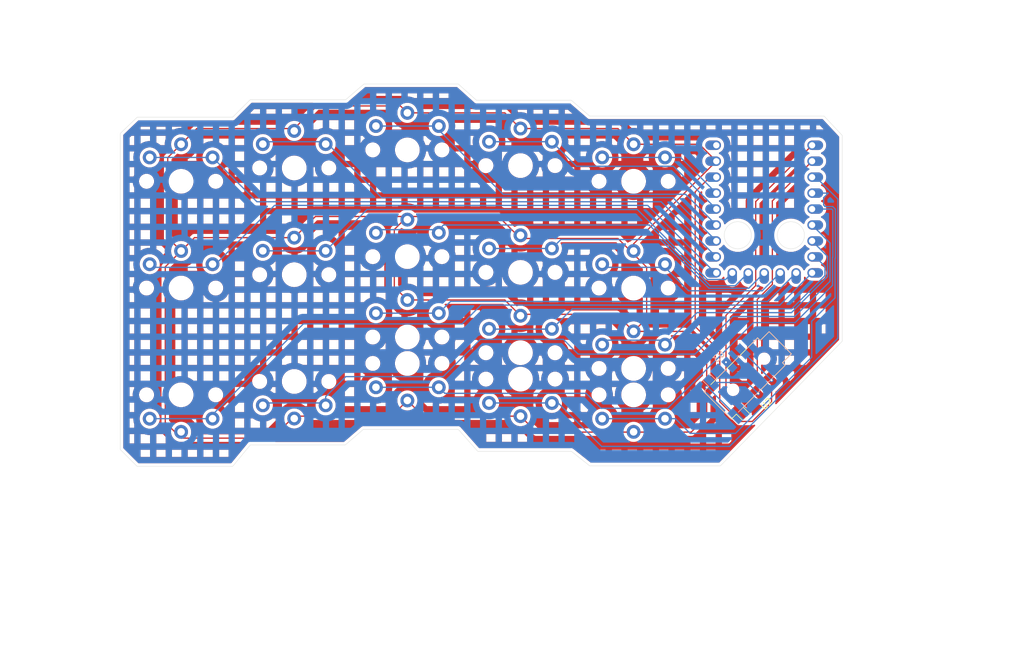
<source format=kicad_pcb>
(kicad_pcb (version 20241229) (generator "pcbnew") (generator_version "9.0")
  (layers (0 "F.Cu" signal) (2 "B.Cu" signal) (13 "F.Paste" user) (15 "B.Paste" user) (5 "F.SilkS" user "F.Silkscreen") (7 "B.SilkS" user "B.Silkscreen") (1 "F.Mask" user) (3 "B.Mask" user) (25 "Edge.Cuts" user))
  (net 0 "")
  (net 1 "GND")
  (net 2 "SW1")
  (net 3 "SW2")
  (net 4 "SW3")
  (net 5 "SW4")
  (net 6 "SW5")
  (net 7 "SW7")
  (net 8 "SW8")
  (net 9 "SW9")
  (net 10 "SW12")
  (net 11 "SW13")
  (net 12 "SW14")
  (net 13 "SW15")
  (net 14 "SW11")
  (net 15 "SW10")
  (net 16 "SW16")
  (net 17 "TMB1")
  (net 18 "TMB2")
  (net 19 "TMB3")
  (net 20 "VCC")
  (net 22 "RX")
  (net 23 "TX")
  (footprint "Footprints:Choc_V1_rev_test_no_bounds" (layer "F.Cu") (at 108 65)
    (property "Reference" "S1" (hide yes))
    (property "Value" "Keyswitch")
    (pad "" np_thru_hole circle (at -5.5 0) (size 1.9 1.9) (drill 1.9) (layers "*.Cu" "*.Mask"))
    (pad "" np_thru_hole circle (at 0 0) (size 3.45 3.45) (drill 3.45) (layers "*.Cu" "*.Mask"))
    (pad "" np_thru_hole circle (at 5.5 0) (size 1.9 1.9) (drill 1.9) (layers "*.Cu" "*.Mask"))
    (pad "1" thru_hole circle (at 0 -5.9) (size 2.2 2.2) (drill 1.2) (layers "*.Cu" "*.Mask") (net 1 "GND"))
    (pad "2" thru_hole circle (at -5 -3.8) (size 2.2 2.2) (drill 1.2) (layers "*.Cu" "*.Mask") (net 2 "SW1"))
    (pad "2" thru_hole circle (at 5 -3.8) (size 2.2 2.2) (drill 1.2) (layers "*.Cu" "*.Mask") (net 2 "SW1"))
  )
  (footprint "Footprints:Choc_V1_rev_test_no_bounds" (layer "F.Cu") (at 108 99 180)
    (property "Reference" "S11" (hide yes))
    (property "Value" "Keyswitch")
    (pad "" np_thru_hole circle (at -5.5 0 180) (size 1.9 1.9) (drill 1.9) (layers "*.Cu" "*.Mask"))
    (pad "" np_thru_hole circle (at 0 0 180) (size 3.45 3.45) (drill 3.45) (layers "*.Cu" "*.Mask"))
    (pad "" np_thru_hole circle (at 5.5 0 180) (size 1.9 1.9) (drill 1.9) (layers "*.Cu" "*.Mask"))
    (pad "1" thru_hole circle (at 0 -5.9 180) (size 2.2 2.2) (drill 1.2) (layers "*.Cu" "*.Mask") (net 1 "GND"))
    (pad "2" thru_hole circle (at -5 -3.8 180) (size 2.2 2.2) (drill 1.2) (layers "*.Cu" "*.Mask") (net 12 "SW14"))
    (pad "2" thru_hole circle (at 5 -3.8 180) (size 2.2 2.2) (drill 1.2) (layers "*.Cu" "*.Mask") (net 12 "SW14"))
  )
  (footprint "Footprints:Jack_3.5mm_PJ320D_Horizontal" (layer "F.Cu") (at 197.41 96.63 -135)
    (property "Reference" "U2" (at 0.05 -5.35 225) (layer "F.SilkS"))
    (property "Value" "TRRS")
    (fp_line (start 5.725 3.1) (end 5.725 -3.1) (stroke (width 0.12)) (layer "F.SilkS"))
    (fp_line (start 4.15 3.1) (end -6.375 3.1) (stroke (width 0.12)) (layer "F.SilkS"))
    (fp_line (start 4.6 -3.1) (end 5.725 -3.1) (stroke (width 0.12)) (layer "F.SilkS"))
    (fp_line (start 4.6 -3.1) (end 4.6 -4.5) (stroke (width 0.12)) (layer "F.SilkS"))
    (fp_line (start 3.05 -3.1) (end 3.05 -4.5) (stroke (width 0.12)) (layer "F.SilkS"))
    (fp_line (start 0.649999 -3.1) (end 3.05 -3.1) (stroke (width 0.12)) (layer "F.SilkS"))
    (fp_line (start -6.375 2.5) (end -6.375 3.1) (stroke (width 0.12)) (layer "F.SilkS"))
    (fp_line (start -6.375 2.5) (end -8.375 2.5) (stroke (width 0.12)) (layer "F.SilkS"))
    (fp_line (start -2.35 -3.1) (end -1 -3.1) (stroke (width 0.12)) (layer "F.SilkS"))
    (fp_line (start -6.375 -2.5) (end -8.375 -2.5) (stroke (width 0.12)) (layer "F.SilkS"))
    (fp_line (start -6.375 -3.1) (end -4 -3.1) (stroke (width 0.12)) (layer "F.SilkS"))
    (fp_line (start -6.375 -3.1) (end -6.375 -2.5) (stroke (width 0.12)) (layer "F.SilkS"))
    (fp_line (start -8.375 -2.5) (end -8.375 2.5) (stroke (width 0.12)) (layer "F.SilkS"))
    (pad "" np_thru_hole circle (at -4.775 0 225) (size 1.5 1.5) (drill 1.5) (layers "*.Cu" "*.Mask"))
    (pad "" np_thru_hole circle (at 2.225001 0 225) (size 1.5 1.5) (drill 1.5) (layers "*.Cu" "*.Mask"))
    (pad "1" smd rect (at 4.925 3.25 225) (size 1.2 2.5) (layers "F.Cu" "F.Mask" "F.Paste") (net 1 "GND"))
    (pad "2" smd rect (at 3.824999 -3.25 225) (size 1.2 2.5) (layers "F.Cu" "F.Mask" "F.Paste") (net 23 "TX"))
    (pad "3" smd rect (at -0.175 -3.25 225) (size 1.2 2.5) (layers "F.Cu" "F.Mask" "F.Paste") (net 22 "RX"))
    (pad "4" smd rect (at -3.175 -3.25 225) (size 1.2 2.5) (layers "F.Cu" "F.Mask" "F.Paste") (net 20 "VCC"))
  )
  (footprint "Footprints:Choc_V1_rev_test_no_bounds" (layer "F.Cu") (at 162 62.5)
    (property "Reference" "S4" (hide yes))
    (property "Value" "Keyswitch")
    (pad "" np_thru_hole circle (at -5.5 0) (size 1.9 1.9) (drill 1.9) (layers "*.Cu" "*.Mask"))
    (pad "" np_thru_hole circle (at 0 0) (size 3.45 3.45) (drill 3.45) (layers "*.Cu" "*.Mask"))
    (pad "" np_thru_hole circle (at 5.5 0) (size 1.9 1.9) (drill 1.9) (layers "*.Cu" "*.Mask"))
    (pad "1" thru_hole circle (at 0 -5.9) (size 2.2 2.2) (drill 1.2) (layers "*.Cu" "*.Mask") (net 1 "GND"))
    (pad "2" thru_hole circle (at -5 -3.8) (size 2.2 2.2) (drill 1.2) (layers "*.Cu" "*.Mask") (net 5 "SW4"))
    (pad "2" thru_hole circle (at 5 -3.8) (size 2.2 2.2) (drill 1.2) (layers "*.Cu" "*.Mask") (net 5 "SW4"))
  )
  (footprint "Footprints:Choc_V1_rev_test_no_bounds" (layer "F.Cu") (at 144 60)
    (property "Reference" "S3" (hide yes))
    (property "Value" "Keyswitch")
    (pad "" np_thru_hole circle (at -5.5 0) (size 1.9 1.9) (drill 1.9) (layers "*.Cu" "*.Mask"))
    (pad "" np_thru_hole circle (at 0 0) (size 3.45 3.45) (drill 3.45) (layers "*.Cu" "*.Mask"))
    (pad "" np_thru_hole circle (at 5.5 0) (size 1.9 1.9) (drill 1.9) (layers "*.Cu" "*.Mask"))
    (pad "1" thru_hole circle (at 0 -5.9) (size 2.2 2.2) (drill 1.2) (layers "*.Cu" "*.Mask") (net 1 "GND"))
    (pad "2" thru_hole circle (at -5 -3.8) (size 2.2 2.2) (drill 1.2) (layers "*.Cu" "*.Mask") (net 4 "SW3"))
    (pad "2" thru_hole circle (at 5 -3.8) (size 2.2 2.2) (drill 1.2) (layers "*.Cu" "*.Mask") (net 4 "SW3"))
  )
  (footprint "Footprints:RP2040_Zero" (layer "F.Cu") (at 200.78 69.42)
    (property "Reference" "U1" (hide yes))
    (property "Value" "RP2040_Zero" (hide yes))
    (pad "1" thru_hole oval (at 7.62 -10.16 180) (size 2.5 1.5) (drill 1 (offset -0.5 0)) (layers "*.Cu" "*.Mask") (net 23 "TX"))
    (pad "2" thru_hole oval (at 7.62 -7.62 180) (size 2.5 1.5) (drill 1 (offset -0.5 0)) (layers "*.Cu" "*.Mask") (net 22 "RX"))
    (pad "3" thru_hole oval (at 7.62 -5.08 180) (size 2.5 1.5) (drill 1 (offset -0.5 0)) (layers "*.Cu" "*.Mask") (net 15 "SW10"))
    (pad "4" thru_hole oval (at 7.62 -2.54 180) (size 2.5 1.5) (drill 1 (offset -0.5 0)) (layers "*.Cu" "*.Mask") (net 14 "SW11"))
    (pad "5" thru_hole oval (at 7.62 0 180) (size 2.5 1.5) (drill 1 (offset -0.5 0)) (layers "*.Cu" "*.Mask") (net 16 "SW16"))
    (pad "6" thru_hole oval (at 7.62 2.54 180) (size 2.5 1.5) (drill 1 (offset -0.5 0)) (layers "*.Cu" "*.Mask") (net 13 "SW15"))
    (pad "7" thru_hole oval (at 7.62 5.08 180) (size 2.5 1.5) (drill 1 (offset -0.5 0)) (layers "*.Cu" "*.Mask") (net 18 "TMB2"))
    (pad "8" thru_hole oval (at 7.62 7.62 180) (size 2.5 1.5) (drill 1 (offset -0.5 0)) (layers "*.Cu" "*.Mask") (net 19 "TMB3"))
    (pad "9" thru_hole oval (at 7.62 10.16 180) (size 2.5 1.5) (drill 1 (offset -0.5 0)) (layers "*.Cu" "*.Mask") (net 12 "SW14"))
    (pad "10" thru_hole oval (at 5.08 10.16 90) (size 2.5 1.5) (drill 1 (offset -0.5 0)) (layers "*.Cu" "*.Mask") (net 17 "TMB1"))
    (pad "11" thru_hole oval (at 2.54 10.16 90) (size 2.5 1.5) (drill 1 (offset -0.5 0)) (layers "*.Cu" "*.Mask") (net 11 "SW13"))
    (pad "12" thru_hole oval (at 0 10.16 90) (size 2.5 1.5) (drill 1 (offset -0.5 0)) (layers "*.Cu" "*.Mask") (net 10 "SW12"))
    (pad "13" thru_hole oval (at -2.54 10.16 90) (size 2.5 1.5) (drill 1 (offset -0.5 0)) (layers "*.Cu" "*.Mask") (net 9 "SW9"))
    (pad "14" thru_hole oval (at -5.08 10.16 90) (size 2.5 1.5) (drill 1 (offset -0.5 0)) (layers "*.Cu" "*.Mask") (net 8 "SW8"))
    (pad "15" thru_hole oval (at -7.62 10.16) (size 2.5 1.5) (drill 1 (offset -0.5 0)) (layers "*.Cu" "*.Mask") (net 7 "SW7"))
    (pad "16" thru_hole oval (at -7.62 7.62) (size 2.5 1.5) (drill 1 (offset -0.5 0)) (layers "*.Cu" "*.Mask") (net 2 "SW1"))
    (pad "17" thru_hole oval (at -7.62 5.08) (size 2.5 1.5) (drill 1 (offset -0.5 0)) (layers "*.Cu" "*.Mask") (net 3 "SW2"))
    (pad "18" thru_hole oval (at -7.62 2.54) (size 2.5 1.5) (drill 1 (offset -0.5 0)) (layers "*.Cu" "*.Mask") (net 4 "SW3"))
    (pad "19" thru_hole oval (at -7.62 0) (size 2.5 1.5) (drill 1 (offset -0.5 0)) (layers "*.Cu" "*.Mask") (net 5 "SW4"))
    (pad "20" thru_hole oval (at -7.62 -2.54) (size 2.5 1.5) (drill 1 (offset -0.5 0)) (layers "*.Cu" "*.Mask") (net 6 "SW5"))
    (pad "21" thru_hole oval (at -7.62 -5.08) (size 2.5 1.5) (drill 1 (offset -0.5 0)) (layers "*.Cu" "*.Mask") (net 20 "VCC"))
    (pad "22" thru_hole oval (at -7.62 -7.62) (size 2.5 1.5) (drill 1 (offset -0.5 0)) (layers "*.Cu" "*.Mask") (net 1 "GND"))
    (pad "23" thru_hole oval (at -7.62 -10.16) (size 2.5 1.5) (drill 1 (offset -0.5 0)) (layers "*.Cu" "*.Mask"))
  )
  (footprint "Footprints:Choc_V1_rev_test_no_bounds" (layer "F.Cu") (at 162 96.5 180)
    (property "Reference" "S14" (hide yes))
    (property "Value" "Keyswitch")
    (pad "" np_thru_hole circle (at -5.5 0 180) (size 1.9 1.9) (drill 1.9) (layers "*.Cu" "*.Mask"))
    (pad "" np_thru_hole circle (at 0 0 180) (size 3.45 3.45) (drill 3.45) (layers "*.Cu" "*.Mask"))
    (pad "" np_thru_hole circle (at 5.5 0 180) (size 1.9 1.9) (drill 1.9) (layers "*.Cu" "*.Mask"))
    (pad "1" thru_hole circle (at 0 -5.9 180) (size 2.2 2.2) (drill 1.2) (layers "*.Cu" "*.Mask") (net 1 "GND"))
    (pad "2" thru_hole circle (at -5 -3.8 180) (size 2.2 2.2) (drill 1.2) (layers "*.Cu" "*.Mask") (net 15 "SW10"))
    (pad "2" thru_hole circle (at 5 -3.8 180) (size 2.2 2.2) (drill 1.2) (layers "*.Cu" "*.Mask") (net 15 "SW10"))
  )
  (footprint "Footprints:Choc_V1_rev_test_no_bounds" (layer "F.Cu") (at 144 77)
    (property "Reference" "S8" (hide yes))
    (property "Value" "Keyswitch")
    (pad "" np_thru_hole circle (at -5.5 0) (size 1.9 1.9) (drill 1.9) (layers "*.Cu" "*.Mask"))
    (pad "" np_thru_hole circle (at 0 0) (size 3.45 3.45) (drill 3.45) (layers "*.Cu" "*.Mask"))
    (pad "" np_thru_hole circle (at 5.5 0) (size 1.9 1.9) (drill 1.9) (layers "*.Cu" "*.Mask"))
    (pad "1" thru_hole circle (at 0 -5.9) (size 2.2 2.2) (drill 1.2) (layers "*.Cu" "*.Mask") (net 1 "GND"))
    (pad "2" thru_hole circle (at -5 -3.8) (size 2.2 2.2) (drill 1.2) (layers "*.Cu" "*.Mask") (net 9 "SW9"))
    (pad "2" thru_hole circle (at 5 -3.8) (size 2.2 2.2) (drill 1.2) (layers "*.Cu" "*.Mask") (net 9 "SW9"))
  )
  (footprint "Footprints:Choc_V1_rev_test_no_bounds" (layer "F.Cu") (at 126 79.875)
    (property "Reference" "S7" (hide yes))
    (property "Value" "Keyswitch")
    (pad "" np_thru_hole circle (at -5.5 0) (size 1.9 1.9) (drill 1.9) (layers "*.Cu" "*.Mask"))
    (pad "" np_thru_hole circle (at 0 0) (size 3.45 3.45) (drill 3.45) (layers "*.Cu" "*.Mask"))
    (pad "" np_thru_hole circle (at 5.5 0) (size 1.9 1.9) (drill 1.9) (layers "*.Cu" "*.Mask"))
    (pad "1" thru_hole circle (at 0 -5.9) (size 2.2 2.2) (drill 1.2) (layers "*.Cu" "*.Mask") (net 1 "GND"))
    (pad "2" thru_hole circle (at -5 -3.8) (size 2.2 2.2) (drill 1.2) (layers "*.Cu" "*.Mask") (net 8 "SW8"))
    (pad "2" thru_hole circle (at 5 -3.8) (size 2.2 2.2) (drill 1.2) (layers "*.Cu" "*.Mask") (net 8 "SW8"))
  )
  (footprint "Footprints:Choc_V1_rev_test_no_bounds" (layer "F.Cu") (at 126 96.875 180)
    (property "Reference" "S12" (hide yes))
    (property "Value" "Keyswitch")
    (pad "" np_thru_hole circle (at -5.5 0 180) (size 1.9 1.9) (drill 1.9) (layers "*.Cu" "*.Mask"))
    (pad "" np_thru_hole circle (at 0 0 180) (size 3.45 3.45) (drill 3.45) (layers "*.Cu" "*.Mask"))
    (pad "" np_thru_hole circle (at 5.5 0 180) (size 1.9 1.9) (drill 1.9) (layers "*.Cu" "*.Mask"))
    (pad "1" thru_hole circle (at 0 -5.9 180) (size 2.2 2.2) (drill 1.2) (layers "*.Cu" "*.Mask") (net 1 "GND"))
    (pad "2" thru_hole circle (at -5 -3.8 180) (size 2.2 2.2) (drill 1.2) (layers "*.Cu" "*.Mask") (net 13 "SW15"))
    (pad "2" thru_hole circle (at 5 -3.8 180) (size 2.2 2.2) (drill 1.2) (layers "*.Cu" "*.Mask") (net 13 "SW15"))
  )
  (footprint "Footprints:Choc_V1_rev_test_no_bounds" (layer "F.Cu") (at 108 82)
    (property "Reference" "S6" (hide yes))
    (property "Value" "Keyswitch")
    (pad "" np_thru_hole circle (at -5.5 0) (size 1.9 1.9) (drill 1.9) (layers "*.Cu" "*.Mask"))
    (pad "" np_thru_hole circle (at 0 0) (size 3.45 3.45) (drill 3.45) (layers "*.Cu" "*.Mask"))
    (pad "" np_thru_hole circle (at 5.5 0) (size 1.9 1.9) (drill 1.9) (layers "*.Cu" "*.Mask"))
    (pad "1" thru_hole circle (at 0 -5.9) (size 2.2 2.2) (drill 1.2) (layers "*.Cu" "*.Mask") (net 1 "GND"))
    (pad "2" thru_hole circle (at -5 -3.8) (size 2.2 2.2) (drill 1.2) (layers "*.Cu" "*.Mask") (net 7 "SW7"))
    (pad "2" thru_hole circle (at 5 -3.8) (size 2.2 2.2) (drill 1.2) (layers "*.Cu" "*.Mask") (net 7 "SW7"))
  )
  (footprint "Footprints:Choc_V1_rev_test_no_bounds" (layer "F.Cu") (at 180 99 180)
    (property "Reference" "S13" (hide yes))
    (property "Value" "Keyswitch")
    (pad "" np_thru_hole circle (at -5.5 0 180) (size 1.9 1.9) (drill 1.9) (layers "*.Cu" "*.Mask"))
    (pad "" np_thru_hole circle (at 0 0 180) (size 3.45 3.45) (drill 3.45) (layers "*.Cu" "*.Mask"))
    (pad "" np_thru_hole circle (at 5.5 0 180) (size 1.9 1.9) (drill 1.9) (layers "*.Cu" "*.Mask"))
    (pad "1" thru_hole circle (at 0 -5.9 180) (size 2.2 2.2) (drill 1.2) (layers "*.Cu" "*.Mask") (net 1 "GND"))
    (pad "2" thru_hole circle (at -5 -3.8 180) (size 2.2 2.2) (drill 1.2) (layers "*.Cu" "*.Mask") (net 14 "SW11"))
    (pad "2" thru_hole circle (at 5 -3.8 180) (size 2.2 2.2) (drill 1.2) (layers "*.Cu" "*.Mask") (net 14 "SW11"))
  )
  (footprint "Footprints:Choc_V1_rev_test_no_bounds" (layer "F.Cu") (at 180 65)
    (property "Reference" "S5" (hide yes))
    (property "Value" "Keyswitch")
    (pad "" np_thru_hole circle (at -5.5 0) (size 1.9 1.9) (drill 1.9) (layers "*.Cu" "*.Mask"))
    (pad "" np_thru_hole circle (at 0 0) (size 3.45 3.45) (drill 3.45) (layers "*.Cu" "*.Mask"))
    (pad "" np_thru_hole circle (at 5.5 0) (size 1.9 1.9) (drill 1.9) (layers "*.Cu" "*.Mask"))
    (pad "1" thru_hole circle (at 0 -5.9) (size 2.2 2.2) (drill 1.2) (layers "*.Cu" "*.Mask") (net 1 "GND"))
    (pad "2" thru_hole circle (at -5 -3.8) (size 2.2 2.2) (drill 1.2) (layers "*.Cu" "*.Mask") (net 6 "SW5"))
    (pad "2" thru_hole circle (at 5 -3.8) (size 2.2 2.2) (drill 1.2) (layers "*.Cu" "*.Mask") (net 6 "SW5"))
  )
  (footprint "Footprints:Choc_V1_rev_test_no_bounds" (layer "F.Cu") (at 144 94 180)
    (property "Reference" "S15" (hide yes))
    (property "Value" "Keyswitch")
    (pad "" np_thru_hole circle (at -5.5 0 180) (size 1.9 1.9) (drill 1.9) (layers "*.Cu" "*.Mask"))
    (pad "" np_thru_hole circle (at 0 0 180) (size 3.45 3.45) (drill 3.45) (layers "*.Cu" "*.Mask"))
    (pad "" np_thru_hole circle (at 5.5 0 180) (size 1.9 1.9) (drill 1.9) (layers "*.Cu" "*.Mask"))
    (pad "1" thru_hole circle (at 0 -5.9 180) (size 2.2 2.2) (drill 1.2) (layers "*.Cu" "*.Mask") (net 1 "GND"))
    (pad "2" thru_hole circle (at -5 -3.8 180) (size 2.2 2.2) (drill 1.2) (layers "*.Cu" "*.Mask") (net 16 "SW16"))
    (pad "2" thru_hole circle (at 5 -3.8 180) (size 2.2 2.2) (drill 1.2) (layers "*.Cu" "*.Mask") (net 16 "SW16"))
  )
  (footprint "Footprints:Choc_V1_rev_test_no_bounds" (layer "F.Cu") (at 126 62.875)
    (property "Reference" "S2" (hide yes))
    (property "Value" "Keyswitch")
    (pad "" np_thru_hole circle (at -5.5 0) (size 1.9 1.9) (drill 1.9) (layers "*.Cu" "*.Mask"))
    (pad "" np_thru_hole circle (at 0 0) (size 3.45 3.45) (drill 3.45) (layers "*.Cu" "*.Mask"))
    (pad "" np_thru_hole circle (at 5.5 0) (size 1.9 1.9) (drill 1.9) (layers "*.Cu" "*.Mask"))
    (pad "1" thru_hole circle (at 0 -5.9) (size 2.2 2.2) (drill 1.2) (layers "*.Cu" "*.Mask") (net 1 "GND"))
    (pad "2" thru_hole circle (at -5 -3.8) (size 2.2 2.2) (drill 1.2) (layers "*.Cu" "*.Mask") (net 3 "SW2"))
    (pad "2" thru_hole circle (at 5 -3.8) (size 2.2 2.2) (drill 1.2) (layers "*.Cu" "*.Mask") (net 3 "SW2"))
  )
  (footprint "Footprints:Choc_V1_rev_test_no_bounds" (layer "F.Cu") (at 162 79.5)
    (property "Reference" "S9" (hide yes))
    (property "Value" "Keyswitch")
    (pad "" np_thru_hole circle (at -5.5 0) (size 1.9 1.9) (drill 1.9) (layers "*.Cu" "*.Mask"))
    (pad "" np_thru_hole circle (at 0 0) (size 3.45 3.45) (drill 3.45) (layers "*.Cu" "*.Mask"))
    (pad "" np_thru_hole circle (at 5.5 0) (size 1.9 1.9) (drill 1.9) (layers "*.Cu" "*.Mask"))
    (pad "1" thru_hole circle (at 0 -5.9) (size 2.2 2.2) (drill 1.2) (layers "*.Cu" "*.Mask") (net 1 "GND"))
    (pad "2" thru_hole circle (at -5 -3.8) (size 2.2 2.2) (drill 1.2) (layers "*.Cu" "*.Mask") (net 10 "SW12"))
    (pad "2" thru_hole circle (at 5 -3.8) (size 2.2 2.2) (drill 1.2) (layers "*.Cu" "*.Mask") (net 10 "SW12"))
  )
  (footprint "Footprints:Choc_V1_rev_test_no_bounds" (layer "F.Cu") (at 180 82)
    (property "Reference" "S10" (hide yes))
    (property "Value" "Keyswitch")
    (pad "" np_thru_hole circle (at -5.5 0) (size 1.9 1.9) (drill 1.9) (layers "*.Cu" "*.Mask"))
    (pad "" np_thru_hole circle (at 0 0) (size 3.45 3.45) (drill 3.45) (layers "*.Cu" "*.Mask"))
    (pad "" np_thru_hole circle (at 5.5 0) (size 1.9 1.9) (drill 1.9) (layers "*.Cu" "*.Mask"))
    (pad "1" thru_hole circle (at 0 -5.9) (size 2.2 2.2) (drill 1.2) (layers "*.Cu" "*.Mask") (net 1 "GND"))
    (pad "2" thru_hole circle (at -5 -3.8) (size 2.2 2.2) (drill 1.2) (layers "*.Cu" "*.Mask") (net 11 "SW13"))
    (pad "2" thru_hole circle (at 5 -3.8) (size 2.2 2.2) (drill 1.2) (layers "*.Cu" "*.Mask") (net 11 "SW13"))
  )
  (footprint "Footprints:Choc_V1_rev_test_no_bounds" (layer "B.Cu") (at 144 89.8 180)
    (property "Reference" "S16" (hide yes))
    (property "Value" "Keyswitch")
    (pad "" np_thru_hole circle (at -5.5 0 180) (size 1.9 1.9) (drill 1.9) (layers "*.Cu" "*.Mask"))
    (pad "" np_thru_hole circle (at 0 0 180) (size 3.45 3.45) (drill 3.45) (layers "*.Cu" "*.Mask"))
    (pad "" np_thru_hole circle (at 5.5 0 180) (size 1.9 1.9) (drill 1.9) (layers "*.Cu" "*.Mask"))
    (pad "1" thru_hole circle (at 0 5.9 180) (size 2.2 2.2) (drill 1.2) (layers "*.Cu" "*.Mask") (net 1 "GND"))
    (pad "2" thru_hole circle (at -5 3.8 180) (size 2.2 2.2) (drill 1.2) (layers "*.Cu" "*.Mask") (net 17 "TMB1"))
    (pad "2" thru_hole circle (at 5 3.8 180) (size 2.2 2.2) (drill 1.2) (layers "*.Cu" "*.Mask") (net 17 "TMB1"))
  )
  (footprint "Footprints:Choc_V1_rev_test_no_bounds" (layer "B.Cu") (at 180 94.8 180)
    (property "Reference" "S17" (hide yes))
    (property "Value" "Keyswitch")
    (pad "" np_thru_hole circle (at -5.5 0 180) (size 1.9 1.9) (drill 1.9) (layers "*.Cu" "*.Mask"))
    (pad "" np_thru_hole circle (at 0 0 180) (size 3.45 3.45) (drill 3.45) (layers "*.Cu" "*.Mask"))
    (pad "" np_thru_hole circle (at 5.5 0 180) (size 1.9 1.9) (drill 1.9) (layers "*.Cu" "*.Mask"))
    (pad "1" thru_hole circle (at 0 5.9 180) (size 2.2 2.2) (drill 1.2) (layers "*.Cu" "*.Mask") (net 1 "GND"))
    (pad "2" thru_hole circle (at -5 3.8 180) (size 2.2 2.2) (drill 1.2) (layers "*.Cu" "*.Mask") (net 18 "TMB2"))
    (pad "2" thru_hole circle (at 5 3.8 180) (size 2.2 2.2) (drill 1.2) (layers "*.Cu" "*.Mask") (net 18 "TMB2"))
  )
  (footprint "Footprints:Choc_V1_rev_test_no_bounds" (layer "B.Cu") (at 162 92.3 180)
    (property "Reference" "S18" (hide yes))
    (property "Value" "Keyswitch")
    (pad "" np_thru_hole circle (at -5.5 0 180) (size 1.9 1.9) (drill 1.9) (layers "*.Cu" "*.Mask"))
    (pad "" np_thru_hole circle (at 0 0 180) (size 3.45 3.45) (drill 3.45) (layers "*.Cu" "*.Mask"))
    (pad "" np_thru_hole circle (at 5.5 0 180) (size 1.9 1.9) (drill 1.9) (layers "*.Cu" "*.Mask"))
    (pad "1" thru_hole circle (at 0 5.9 180) (size 2.2 2.2) (drill 1.2) (layers "*.Cu" "*.Mask") (net 1 "GND"))
    (pad "2" thru_hole circle (at -5 3.8 180) (size 2.2 2.2) (drill 1.2) (layers "*.Cu" "*.Mask") (net 19 "TMB3"))
    (pad "2" thru_hole circle (at 5 3.8 180) (size 2.2 2.2) (drill 1.2) (layers "*.Cu" "*.Mask") (net 19 "TMB3"))
  )
  (footprint "Footprints:Jack_3.5mm_PJ320D_Horizontal" (layer "B.Cu") (at 197.41 96.63 -135)
    (property "Reference" "U3" (at 0.05 5.35 45) (layer "B.SilkS") (effects (justify mirror)))
    (property "Value" "TRRS")
    (fp_line (start 4.6 3.1) (end 4.6 4.5) (stroke (width 0.12)) (layer "B.SilkS"))
    (fp_line (start 4.6 3.1) (end 5.725 3.1) (stroke (width 0.12)) (layer "B.SilkS"))
    (fp_line (start 3.05 3.1) (end 3.05 4.5) (stroke (width 0.12)) (layer "B.SilkS"))
    (fp_line (start 0.649999 3.1) (end 3.05 3.1) (stroke (width 0.12)) (layer "B.SilkS"))
    (fp_line (start 5.725 -3.1) (end 5.725 3.1) (stroke (width 0.12)) (layer "B.SilkS"))
    (fp_line (start 4.15 -3.1) (end -6.375 -3.1) (stroke (width 0.12)) (layer "B.SilkS"))
    (fp_line (start -2.35 3.1) (end -1 3.1) (stroke (width 0.12)) (layer "B.SilkS"))
    (fp_line (start -6.375 3.1) (end -4 3.1) (stroke (width 0.12)) (layer "B.SilkS"))
    (fp_line (start -6.375 3.1) (end -6.375 2.5) (stroke (width 0.12)) (layer "B.SilkS"))
    (fp_line (start -6.375 2.5) (end -8.375 2.5) (stroke (width 0.12)) (layer "B.SilkS"))
    (fp_line (start -8.375 2.5) (end -8.375 -2.5) (stroke (width 0.12)) (layer "B.SilkS"))
    (fp_line (start -6.375 -2.5) (end -6.375 -3.1) (stroke (width 0.12)) (layer "B.SilkS"))
    (fp_line (start -6.375 -2.5) (end -8.375 -2.5) (stroke (width 0.12)) (layer "B.SilkS"))
    (pad "" np_thru_hole circle (at -4.775 0 225) (size 1.5 1.5) (drill 1.5) (layers "*.Cu" "*.Mask"))
    (pad "" np_thru_hole circle (at 2.225001 0 225) (size 1.5 1.5) (drill 1.5) (layers "*.Cu" "*.Mask"))
    (pad "1" smd rect (at 4.925 -3.25 225) (size 1.2 2.5) (layers "B.Cu" "B.Mask" "B.Paste") (net 1 "GND"))
    (pad "2" smd rect (at 3.824999 3.25 225) (size 1.2 2.5) (layers "B.Cu" "B.Mask" "B.Paste") (net 22 "RX"))
    (pad "3" smd rect (at -0.175 3.25 225) (size 1.2 2.5) (layers "B.Cu" "B.Mask" "B.Paste") (net 23 "TX"))
    (pad "4" smd rect (at -3.175 3.25 225) (size 1.2 2.5) (layers "B.Cu" "B.Mask" "B.Paste") (net 20 "VCC"))
  )
  (gr_poly (pts (xy 101.1 54.8) (xy 116.2 54.8) (xy 119 52) (xy 134.2 52) (xy 137.1 49.5) (xy 152.1 49.5) (xy 155 52.1) (xy 170.1 52.1) (xy 173 54.6) (xy 210.3 54.6) (xy 213.2 57.7) (xy 213.2 90.466667) (xy 193.827907 110.3) (xy 173 110.3) (xy 170.1 108) (xy 155.2 108) (xy 152.1 104.5) (xy 137 104.5) (xy 134.1 107) (xy 119 107) (xy 116.2 110.4) (xy 101 110.4) (xy 98.3 107.7) (xy 98.3 57.4) (xy 101 54.8)) (stroke (width 0.05)) (fill no) (layer "Edge.Cuts"))
  (gr_circle (center 196.58 73.59) (end 196.76 75.74) (stroke (width 0.05)) (fill no) (layer "Edge.Cuts"))
  (gr_circle (center 205.03 73.59) (end 205.21 75.74) (stroke (width 0.05)) (fill no) (layer "Edge.Cuts"))
  (segment (start 110.125 73.975) (end 126 73.975) (width 0.2) (layer "F.Cu") (net 1))
  (segment (start 141.5 102.4) (end 144 99.9) (width 0.2) (layer "F.Cu") (net 1))
  (segment (start 182.076 86.824) (end 180 88.9) (width 0.2) (layer "F.Cu") (net 1))
  (segment (start 144 99.9) (end 146.5 102.4) (width 0.2) (layer "F.Cu") (net 1))
  (segment (start 144 70.6) (end 158.5 70.6) (width 0.2) (layer "F.Cu") (net 1))
  (segment (start 144 83.9) (end 159.5 83.9) (width 0.2) (layer "F.Cu") (net 1))
  (segment (start 191.629402 92.449402) (end 188.08 88.9) (width 0.2) (layer "F.Cu") (net 1))
  (segment (start 190.46 59.1) (end 193.16 61.8) (width 0.2) (layer "F.Cu") (net 1))
  (segment (start 161.74 86.18) (end 177.28 86.18) (width 0.2) (layer "F.Cu") (net 1))
  (segment (start 188.08 88.9) (end 180 88.9) (width 0.2) (layer "F.Cu") (net 1))
  (segment (start 162 74.1) (end 177.5 74.1) (width 0.2) (layer "F.Cu") (net 1))
  (segment (start 191.629402 102.480598) (end 189.17 104.94) (width 0.2) (layer "F.Cu") (net 1))
  (segment (start 180 74.96) (end 193.16 61.8) (width 0.2) (layer "F.Cu") (net 1))
  (segment (start 159.5 83.9) (end 162 86.4) (width 0.2) (layer "F.Cu") (net 1))
  (segment (start 177.5 56.6) (end 180 59.1) (width 0.2) (layer "F.Cu") (net 1))
  (segment (start 159.5 54.1) (end 162 56.6) (width 0.2) (layer "F.Cu") (net 1))
  (segment (start 108 59.1) (end 110.5 56.6) (width 0.2) (layer "F.Cu") (net 1))
  (segment (start 180 76.6) (end 180 74.96) (width 0.2) (layer "F.Cu") (net 1))
  (segment (start 146.5 102.4) (end 162 102.4) (width 0.2) (layer "F.Cu") (net 1))
  (segment (start 191.629402 97.814404) (end 191.629402 92.449402) (width 0.2) (layer "F.Cu") (net 1))
  (segment (start 142.900001 53.000001) (end 144 54.1) (width 0.2) (layer "F.Cu") (net 1))
  (segment (start 126 73.975) (end 129.375 70.6) (width 0.2) (layer "F.Cu") (net 1))
  (segment (start 144 54.1) (end 159.5 54.1) (width 0.2) (layer "F.Cu") (net 1))
  (segment (start 191.629402 97.814404) (end 191.629402 102.480598) (width 0.2) (layer "F.Cu") (net 1))
  (segment (start 122.5 105.9) (end 126 102.4) (width 0.2) (layer "F.Cu") (net 1))
  (segment (start 105.87 61.23) (end 108 59.1) (width 0.2) (layer "F.Cu") (net 1))
  (segment (start 189.17 104.94) (end 164.54 104.94) (width 0.2) (layer "F.Cu") (net 1))
  (segment (start 162 56.6) (end 177.5 56.6) (width 0.2) (layer "F.Cu") (net 1))
  (segment (start 158.5 70.6) (end 162 74.1) (width 0.2) (layer "F.Cu") (net 1))
  (segment (start 177.5 74.1) (end 180 76.6) (width 0.2) (layer "F.Cu") (net 1))
  (segment (start 129.6 53) (end 142.900001 53.000001) (width 0.2) (layer "F.Cu") (net 1))
  (segment (start 177.28 86.18) (end 180 88.9) (width 0.2) (layer "F.Cu") (net 1))
  (segment (start 180 76.6) (end 182.076 78.676) (width 0.2) (layer "F.Cu") (net 1))
  (segment (start 141.924 81.824) (end 144 83.9) (width 0.2) (layer "F.Cu") (net 1))
  (segment (start 129.375 70.6) (end 144 70.6) (width 0.2) (layer "F.Cu") (net 1))
  (segment (start 126 102.4) (end 141.5 102.4) (width 0.2) (layer "F.Cu") (net 1))
  (segment (start 180 59.1) (end 190.46 59.1) (width 0.2) (layer "F.Cu") (net 1))
  (segment (start 182.076 78.676) (end 182.076 86.824) (width 0.2) (layer "F.Cu") (net 1))
  (segment (start 126 56.6) (end 129.6 53) (width 0.2) (layer "F.Cu") (net 1))
  (segment (start 141.924 72.676) (end 141.924 81.824) (width 0.2) (layer "F.Cu") (net 1))
  (segment (start 144 70.6) (end 141.924 72.676) (width 0.2) (layer "F.Cu") (net 1))
  (segment (start 164.54 104.94) (end 162 102.4) (width 0.2) (layer "F.Cu") (net 1))
  (segment (start 105.48 78.62) (end 105.48 103.38) (width 0.2) (layer "F.Cu") (net 1))
  (segment (start 105.87 73.97) (end 108 76.1) (width 0.2) (layer "F.Cu") (net 1))
  (segment (start 108 76.1) (end 105.48 78.62) (width 0.2) (layer "F.Cu") (net 1))
  (segment (start 108 76.1) (end 110.125 73.975) (width 0.2) (layer "F.Cu") (net 1))
  (segment (start 108 105.9) (end 122.5 105.9) (width 0.2) (layer "F.Cu") (net 1))
  (segment (start 110.5 56.6) (end 126 56.6) (width 0.2) (layer "F.Cu") (net 1))
  (segment (start 105.87 61.23) (end 105.87 73.97) (width 0.2) (layer "F.Cu") (net 1))
  (segment (start 105.48 103.38) (end 108 105.9) (width 0.2) (layer "F.Cu") (net 1))
  (via (at 191.629402 97.814404) (size 0.6) (drill 0.3) (layers "F.Cu" "B.Cu") (net 1))
  (segment (start 191.629402 97.814404) (end 191.804404 97.814404) (width 0.2) (layer "B.Cu") (net 1))
  (segment (start 196.225596 102.410598) (end 195.986194 102.65) (width 0.2) (layer "B.Cu") (net 1))
  (segment (start 196.214998 102.4) (end 196.225596 102.410598) (width 0.2) (layer "B.Cu") (net 1))
  (segment (start 191.804404 97.814404) (end 196.214998 102.224998) (width 0.2) (layer "B.Cu") (net 1))
  (segment (start 196.214998 102.224998) (end 196.214998 102.4) (width 0.2) (layer "B.Cu") (net 1))
  (segment (start 184.38 68.26) (end 193.16 77.04) (width 0.2) (layer "B.Cu") (net 2))
  (segment (start 103 61.2) (end 113 61.2) (width 0.2) (layer "B.Cu") (net 2))
  (segment (start 113 61.2) (end 120.06 68.26) (width 0.2) (layer "B.Cu") (net 2))
  (segment (start 120.06 68.26) (end 184.38 68.26) (width 0.2) (layer "B.Cu") (net 2))
  (segment (start 131 58.7) (end 139.899 67.599) (width 0.2) (layer "B.Cu") (net 3))
  (segment (start 121 58.7) (end 131 58.7) (width 0.2) (layer "B.Cu") (net 3))
  (segment (start 186.259 67.599) (end 193.16 74.5) (width 0.2) (layer "B.Cu") (net 3))
  (segment (start 139.899 67.599) (end 186.259 67.599) (width 0.2) (layer "B.Cu") (net 3))
  (segment (start 188.27 67.07) (end 193.16 71.96) (width 0.2) (layer "B.Cu") (net 4))
  (segment (start 149 56.2) (end 149 56.839892) (width 0.2) (layer "B.Cu") (net 4))
  (segment (start 149 56.839892) (end 159.230108 67.07) (width 0.2) (layer "B.Cu") (net 4))
  (segment (start 179.134093 67.07) (end 179.140093 67.076) (width 0.2) (layer "B.Cu") (net 4))
  (segment (start 159.230108 67.07) (end 179.134093 67.07) (width 0.2) (layer "B.Cu") (net 4))
  (segment (start 179.140093 67.076) (end 180.859907 67.076) (width 0.2) (layer "B.Cu") (net 4))
  (segment (start 180.859907 67.076) (end 180.865907 67.07) (width 0.2) (layer "B.Cu") (net 4))
  (segment (start 139 56.2) (end 149 56.2) (width 0.2) (layer "B.Cu") (net 4))
  (segment (start 180.865907 67.07) (end 188.27 67.07) (width 0.2) (layer "B.Cu") (net 4))
  (segment (start 157 58.7) (end 167 58.7) (width 0.2) (layer "B.Cu") (net 5))
  (segment (start 170.901 62.601) (end 186.341 62.601) (width 0.2) (layer "B.Cu") (net 5))
  (segment (start 186.341 62.601) (end 193.16 69.42) (width 0.2) (layer "B.Cu") (net 5))
  (segment (start 167 58.7) (end 170.901 62.601) (width 0.2) (layer "B.Cu") (net 5))
  (segment (start 187.48 61.2) (end 193.16 66.88) (width 0.2) (layer "B.Cu") (net 6))
  (segment (start 185 61.2) (end 187.48 61.2) (width 0.2) (layer "B.Cu") (net 6))
  (segment (start 175 61.2) (end 185 61.2) (width 0.2) (layer "B.Cu") (net 6))
  (segment (start 182.24 68.84) (end 192.98 79.58) (width 0.2) (layer "B.Cu") (net 7))
  (segment (start 122.86 68.84) (end 182.24 68.84) (width 0.2) (layer "B.Cu") (net 7))
  (segment (start 103 78.7) (end 113 78.7) (width 0.2) (layer "B.Cu") (net 7))
  (segment (start 113 78.7) (end 122.86 68.84) (width 0.2) (layer "B.Cu") (net 7))
  (segment (start 192.98 79.58) (end 193.16 79.58) (width 0.2) (layer "B.Cu") (net 7))
  (segment (start 131 76.075) (end 121 76.075) (width 0.2) (layer "B.Cu") (net 8))
  (segment (start 180.593662 69.5) (end 137.575 69.5) (width 0.2) (layer "B.Cu") (net 8))
  (segment (start 137.575 69.5) (end 131 76.075) (width 0.2) (layer "B.Cu") (net 8))
  (segment (start 195.7 79.58) (end 194.649 80.631) (width 0.2) (layer "B.Cu") (net 8))
  (segment (start 194.649 80.631) (end 191.724662 80.631) (width 0.2) (layer "B.Cu") (net 8))
  (segment (start 191.724662 80.631) (end 180.593662 69.5) (width 0.2) (layer "B.Cu") (net 8))
  (segment (start 196.189 81.631) (end 198.24 79.58) (width 0.2) (layer "B.Cu") (net 9))
  (segment (start 182.486562 71.96) (end 192.157562 81.631) (width 0.2) (layer "B.Cu") (net 9))
  (segment (start 139 72.7) (end 149 72.7) (width 0.2) (layer "B.Cu") (net 9))
  (segment (start 149 72.7) (end 149.74 71.96) (width 0.2) (layer "B.Cu") (net 9))
  (segment (start 149.74 71.96) (end 182.486562 71.96) (width 0.2) (layer "B.Cu") (net 9))
  (segment (start 192.157562 81.631) (end 196.189 81.631) (width 0.2) (layer "B.Cu") (net 9))
  (segment (start 184.229462 74.27) (end 191.991462 82.032) (width 0.2) (layer "B.Cu") (net 10))
  (segment (start 157 75.7) (end 167 75.7) (width 0.2) (layer "B.Cu") (net 10))
  (segment (start 191.991462 82.032) (end 198.328 82.032) (width 0.2) (layer "B.Cu") (net 10))
  (segment (start 168.43 74.27) (end 184.229462 74.27) (width 0.2) (layer "B.Cu") (net 10))
  (segment (start 198.328 82.032) (end 200.78 79.58) (width 0.2) (layer "B.Cu") (net 10))
  (segment (start 167 75.7) (end 168.43 74.27) (width 0.2) (layer "B.Cu") (net 10))
  (segment (start 188.733 82.433) (end 200.467 82.433) (width 0.2) (layer "B.Cu") (net 11))
  (segment (start 200.467 82.433) (end 203.32 79.58) (width 0.2) (layer "B.Cu") (net 11))
  (segment (start 175 78.7) (end 185 78.7) (width 0.2) (layer "B.Cu") (net 11))
  (segment (start 185 78.7) (end 188.733 82.433) (width 0.2) (layer "B.Cu") (net 11))
  (segment (start 113 102.160108) (end 127.450108 87.71) (width 0.2) (layer "B.Cu") (net 12))
  (segment (start 155.71 84.71) (end 203.27 84.71) (width 0.2) (layer "B.Cu") (net 12))
  (segment (start 127.450108 87.71) (end 152.71 87.71) (width 0.2) (layer "B.Cu") (net 12))
  (segment (start 152.71 87.71) (end 155.71 84.71) (width 0.2) (layer "B.Cu") (net 12))
  (segment (start 203.27 84.71) (end 208.4 79.58) (width 0.2) (layer "B.Cu") (net 12))
  (segment (start 103 102.8) (end 113 102.8) (width 0.2) (layer "B.Cu") (net 12))
  (segment (start 113 102.8) (end 113 102.160108) (width 0.2) (layer "B.Cu") (net 12))
  (segment (start 134.19 96.11) (end 149.691775 96.11) (width 0.2) (layer "B.Cu") (net 13))
  (segment (start 195.77 86.53) (end 205.65 86.53) (width 0.2) (layer "B.Cu") (net 13))
  (segment (start 211.253 74.813) (end 208.4 71.96) (width 0.2) (layer "B.Cu") (net 13))
  (segment (start 131 99.3) (end 134.19 96.11) (width 0.2) (layer "B.Cu") (net 13))
  (segment (start 149.691775 96.11) (end 155.637873 90.163902) (width 0.2) (layer "B.Cu") (net 13))
  (segment (start 189.78194 92.51806) (end 195.77 86.53) (width 0.2) (layer "B.Cu") (net 13))
  (segment (start 205.65 86.53) (end 211.253 80.927) (width 0.2) (layer "B.Cu") (net 13))
  (segment (start 121 100.3) (end 131 100.3) (width 0.2) (layer "B.Cu") (net 13))
  (segment (start 131 100.3) (end 131 99.3) (width 0.2) (layer "B.Cu") (net 13))
  (segment (start 155.637873 90.163902) (end 168.813902 90.163902) (width 0.2) (layer "B.Cu") (net 13))
  (segment (start 168.813902 90.163902) (end 171.16806 92.51806) (width 0.2) (layer "B.Cu") (net 13))
  (segment (start 171.16806 92.51806) (end 189.78194 92.51806) (width 0.2) (layer "B.Cu") (net 13))
  (segment (start 211.253 80.927) (end 211.253 74.813) (width 0.2) (layer "B.Cu") (net 13))
  (segment (start 185 102.8) (end 186.65 102.8) (width 0.2) (layer "B.Cu") (net 14))
  (segment (start 210.98 66.88) (end 208.4 66.88) (width 0.2) (layer "B.Cu") (net 14))
  (segment (start 212.101 69.4339) (end 211.6861 69.019) (width 0.2) (layer "B.Cu") (net 14))
  (segment (start 210.451 69.019) (end 210.451 68.984662) (width 0.2) (layer "B.Cu") (net 14))
  (segment (start 210.451 68.984662) (end 210.24 68.773662) (width 0.2) (layer "B.Cu") (net 14))
  (segment (start 210.24 67.62) (end 210.98 66.88) (width 0.2) (layer "B.Cu") (net 14))
  (segment (start 186.65 102.8) (end 188.99 105.14) (width 0.2) (layer "B.Cu") (net 14))
  (segment (start 210.24 68.773662) (end 210.24 67.62) (width 0.2) (layer "B.Cu") (net 14))
  (segment (start 188.99 105.14) (end 196.21 105.14) (width 0.2) (layer "B.Cu") (net 14))
  (segment (start 196.21 105.14) (end 208.34 93.01) (width 0.2) (layer "B.Cu") (net 14))
  (segment (start 208.34 93.01) (end 208.34 87.28) (width 0.2) (layer "B.Cu") (net 14))
  (segment (start 212.055 83.565) (end 212.055 77.2821) (width 0.2) (layer "B.Cu") (net 14))
  (segment (start 212.055 77.2821) (end 212.101 77.2361) (width 0.2) (layer "B.Cu") (net 14))
  (segment (start 212.101 77.2361) (end 212.101 69.4339) (width 0.2) (layer "B.Cu") (net 14))
  (segment (start 211.6861 69.019) (end 210.451 69.019) (width 0.2) (layer "B.Cu") (net 14))
  (segment (start 208.34 87.28) (end 212.055 83.565) (width 0.2) (layer "B.Cu") (net 14))
  (segment (start 175 102.8) (end 185 102.8) (width 0.2) (layer "B.Cu") (net 14))
  (segment (start 212.502 89.988) (end 195.28 107.21) (width 0.2) (layer "B.Cu") (net 15))
  (segment (start 195.28 107.21) (end 174.91 107.21) (width 0.2) (layer "B.Cu") (net 15))
  (segment (start 157 100.3) (end 167 100.3) (width 0.2) (layer "B.Cu") (net 15))
  (segment (start 168 100.3) (end 167 100.3) (width 0.2) (layer "B.Cu") (net 15))
  (segment (start 174.91 107.21) (end 168 100.3) (width 0.2) (layer "B.Cu") (net 15))
  (segment (start 208.4 64.34) (end 209.0071 64.34) (width 0.2) (layer "B.Cu") (net 15))
  (segment (start 212.502 67.8349) (end 212.502 89.988) (width 0.2) (layer "B.Cu") (net 15))
  (segment (start 209.0071 64.34) (end 212.502 67.8349) (width 0.2) (layer "B.Cu") (net 15))
  (segment (start 149.96 98.76) (end 172.443008 98.76) (width 0.2) (layer "B.Cu") (net 16))
  (segment (start 211.7 77.07) (end 211.7 69.6) (width 0.2) (layer "B.Cu") (net 16))
  (segment (start 149 97.8) (end 149.96 98.76) (width 0.2) (layer "B.Cu") (net 16))
  (segment (start 205.708 87.502) (end 211.654 81.556) (width 0.2) (layer "B.Cu") (net 16))
  (segment (start 172.443008 98.76) (end 173.199 99.515992) (width 0.2) (layer "B.Cu") (net 16))
  (segment (start 211.654 77.116) (end 211.7 77.07) (width 0.2) (layer "B.Cu") (net 16))
  (segment (start 185.410804 101.149196) (end 199.058 87.502) (width 0.2) (layer "B.Cu") (net 16))
  (segment (start 174.832204 101.149196) (end 185.410804 101.149196) (width 0.2) (layer "B.Cu") (net 16))
  (segment (start 211.654 81.556) (end 211.654 77.116) (width 0.2) (layer "B.Cu") (net 16))
  (segment (start 199.058 87.502) (end 205.708 87.502) (width 0.2) (layer "B.Cu") (net 16))
  (segment (start 173.199 99.538892) (end 173.961108 100.301) (width 0.2) (layer "B.Cu") (net 16))
  (segment (start 173.199 99.515992) (end 173.199 99.538892) (width 0.2) (layer "B.Cu") (net 16))
  (segment (start 211.52 69.42) (end 208.4 69.42) (width 0.2) (layer "B.Cu") (net 16))
  (segment (start 173.961108 100.301) (end 173.984008 100.301) (width 0.2) (layer "B.Cu") (net 16))
  (segment (start 173.984008 100.301) (end 174.832204 101.149196) (width 0.2) (layer "B.Cu") (net 16))
  (segment (start 211.7 69.6) (end 211.52 69.42) (width 0.2) (layer "B.Cu") (net 16))
  (segment (start 139 97.8) (end 149 97.8) (width 0.2) (layer "B.Cu") (net 16))
  (segment (start 139 86) (end 149 86) (width 0.2) (layer "B.Cu") (net 17))
  (segment (start 150.87 84.13) (end 201.31 84.13) (width 0.2) (layer "B.Cu") (net 17))
  (segment (start 149 86) (end 150.87 84.13) (width 0.2) (layer "B.Cu") (net 17))
  (segment (start 201.31 84.13) (end 205.86 79.58) (width 0.2) (layer "B.Cu") (net 17))
  (segment (start 185 91) (end 190.08 85.92) (width 0.2) (layer "B.Cu") (net 18))
  (segment (start 205.113438 85.92) (end 210.852 80.181438) (width 0.2) (layer "B.Cu") (net 18))
  (segment (start 210.852 80.181438) (end 210.852 76.952) (width 0.2) (layer "B.Cu") (net 18))
  (segment (start 175 90.3) (end 185 90.3) (width 0.2) (layer "B.Cu") (net 18))
  (segment (start 190.08 85.92) (end 205.113438 85.92) (width 0.2) (layer "B.Cu") (net 18))
  (segment (start 210.852 76.952) (end 208.4 74.5) (width 0.2) (layer "B.Cu") (net 18))
  (segment (start 208.94 77.04) (end 208.4 77.04) (width 0.2) (layer "B.Cu") (net 19))
  (segment (start 167 88.54) (end 170.24 85.3) (width 0.2) (layer "B.Cu") (net 19))
  (segment (start 170.24 85.3) (end 205.166338 85.3) (width 0.2) (layer "B.Cu") (net 19))
  (segment (start 205.166338 85.3) (end 210.451 80.015338) (width 0.2) (layer "B.Cu") (net 19))
  (segment (start 210.451 80.015338) (end 210.451 78.551) (width 0.2) (layer "B.Cu") (net 19))
  (segment (start 157 88.54) (end 167 88.54) (width 0.2) (layer "B.Cu") (net 19))
  (segment (start 210.451 78.551) (end 208.94 77.04) (width 0.2) (layer "B.Cu") (net 19))
  (segment (start 192.14 64.34) (end 193.16 64.34) (width 0.2) (layer "F.Cu") (net 20))
  (segment (start 201.953161 100.166839) (end 198.878072 103.241928) (width 0.2) (layer "F.Cu") (net 20))
  (segment (start 198.878072 103.241928) (end 196.851928 103.241928) (width 0.2) (layer "F.Cu") (net 20))
  (segment (start 189.8 88.13) (end 189.8 66.68) (width 0.2) (layer "F.Cu") (net 20))
  (segment (start 196.851928 103.241928) (end 193.71 100.1) (width 0.2) (layer "F.Cu") (net 20))
  (segment (start 201.953161 96.683033) (end 201.953161 100.166839) (width 0.2) (layer "F.Cu") (net 20))
  (segment (start 193.71 100.1) (end 193.71 92.04) (width 0.2) (layer "F.Cu") (net 20))
  (segment (start 193.71 92.04) (end 189.8 88.13) (width 0.2) (layer "F.Cu") (net 20))
  (segment (start 189.8 66.68) (end 192.14 64.34) (width 0.2) (layer "F.Cu") (net 20))
  (via (at 201.953161 96.683033) (size 0.6) (drill 0.3) (layers "F.Cu" "B.Cu") (net 20))
  (segment (start 197.356967 92.086839) (end 201.953161 96.683033) (width 0.2) (layer "B.Cu") (net 20))
  (segment (start 199.68 83.81) (end 202.08 81.41) (width 0.2) (layer "F.Cu") (net 22))
  (segment (start 202.08 68.12) (end 208.4 61.8) (width 0.2) (layer "F.Cu") (net 22))
  (segment (start 199.68 98.652512) (end 199.68 83.81) (width 0.2) (layer "F.Cu") (net 22))
  (segment (start 202.08 81.41) (end 202.08 68.12) (width 0.2) (layer "F.Cu") (net 22))
  (segment (start 199.831841 98.804353) (end 199.68 98.652512) (width 0.2) (layer "F.Cu") (net 22))
  (via (at 199.831841 98.804353) (size 0.6) (drill 0.3) (layers "F.Cu" "B.Cu") (net 22))
  (segment (start 198.064074 97.036586) (end 199.831841 98.804353) (width 0.2) (layer "B.Cu") (net 22))
  (segment (start 192.40722 97.036586) (end 198.064074 97.036586) (width 0.2) (layer "B.Cu") (net 22))
  (segment (start 199.43 81.61) (end 199.43 68.23) (width 0.2) (layer "F.Cu") (net 23))
  (segment (start 194.7 86.34) (end 199.43 81.61) (width 0.2) (layer "F.Cu") (net 23))
  (segment (start 199.43 68.23) (end 208.4 59.26) (width 0.2) (layer "F.Cu") (net 23))
  (segment (start 194.7 99.329366) (end 194.7 86.34) (width 0.2) (layer "F.Cu") (net 23))
  (segment (start 197.003414 101.63278) (end 194.7 99.329366) (width 0.2) (layer "F.Cu") (net 23))
  (via (at 194.7 93.81) (size 0.6) (drill 0.3) (layers "F.Cu" "B.Cu") (net 23))
  (zone (net 0) (net_name "") (layers "F.Cu" "B.Cu") (connect_pads (clearance 0.5)) (min_thickness 0.25) (fill yes (mode hatch) (thermal_gap 0.5) (thermal_bridge_width 0.5) (island_removal_mode 1) (island_area_min 10) (hatch_thickness 1) (hatch_gap 1.5) (hatch_orientation 0) (hatch_border_algorithm hatch_thickness) (hatch_min_hole_area 0.3))
    (polygon (pts (xy 242.14 90.98) (xy 230.2 38.65) (xy 79.18 36.13) (xy 79.87 142.39) (xy 239.84 114.16)))
  )
)
</source>
